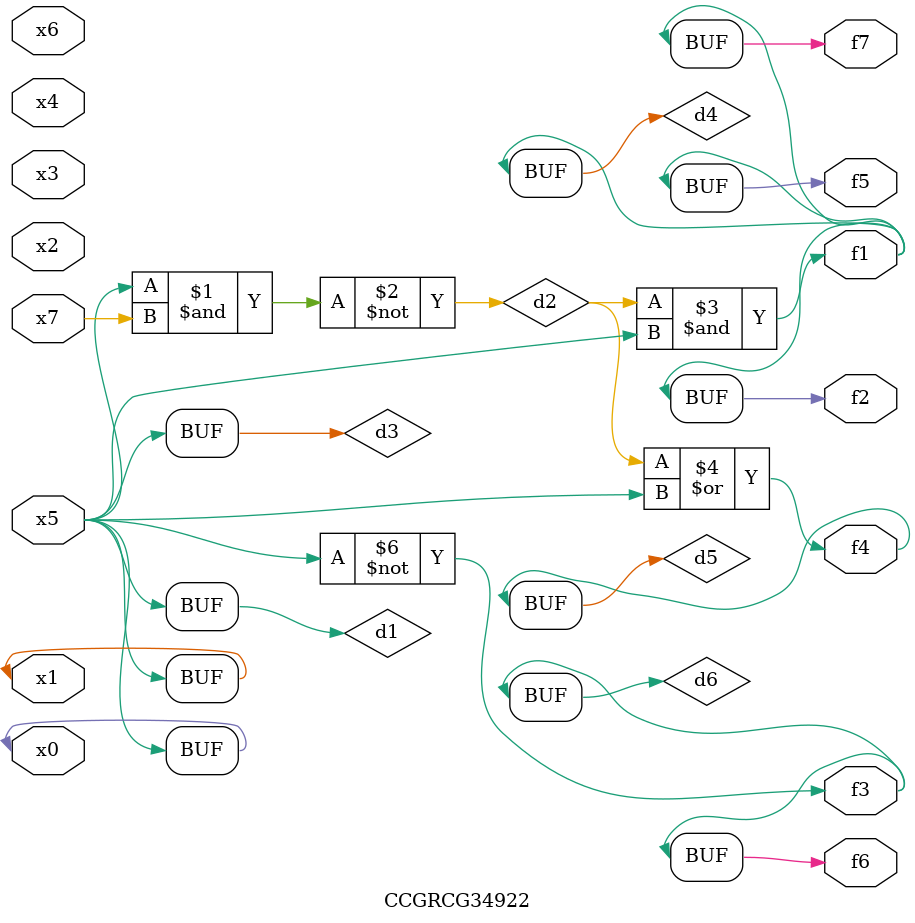
<source format=v>
module CCGRCG34922(
	input x0, x1, x2, x3, x4, x5, x6, x7,
	output f1, f2, f3, f4, f5, f6, f7
);

	wire d1, d2, d3, d4, d5, d6;

	buf (d1, x0, x5);
	nand (d2, x5, x7);
	buf (d3, x0, x1);
	and (d4, d2, d3);
	or (d5, d2, d3);
	nor (d6, d1, d3);
	assign f1 = d4;
	assign f2 = d4;
	assign f3 = d6;
	assign f4 = d5;
	assign f5 = d4;
	assign f6 = d6;
	assign f7 = d4;
endmodule

</source>
